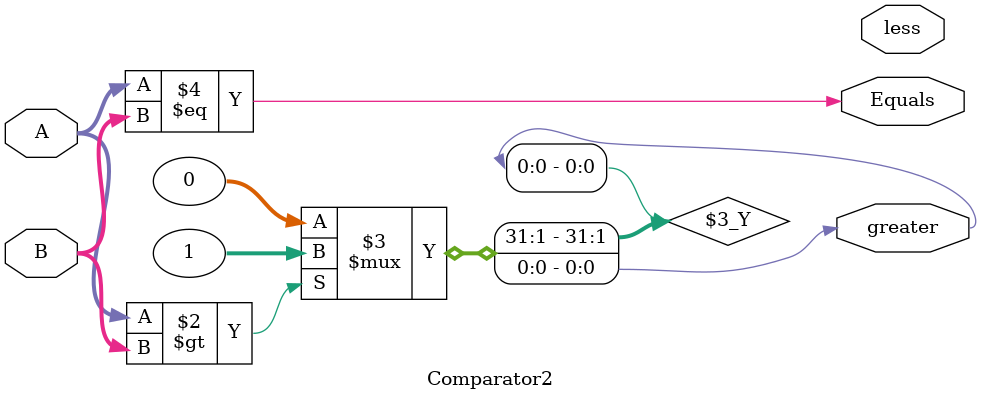
<source format=v>
  	                                            		
module Comparator2(
   input[1:0] A, B,
   output reg Equals,greater,less);      		
   always @(A, B)
   begin
      greater = (A > B)? 1:0;
      Equals = (A==B);                  	          	
// student code here
   end

endmodule // Comparator2 




    
</source>
